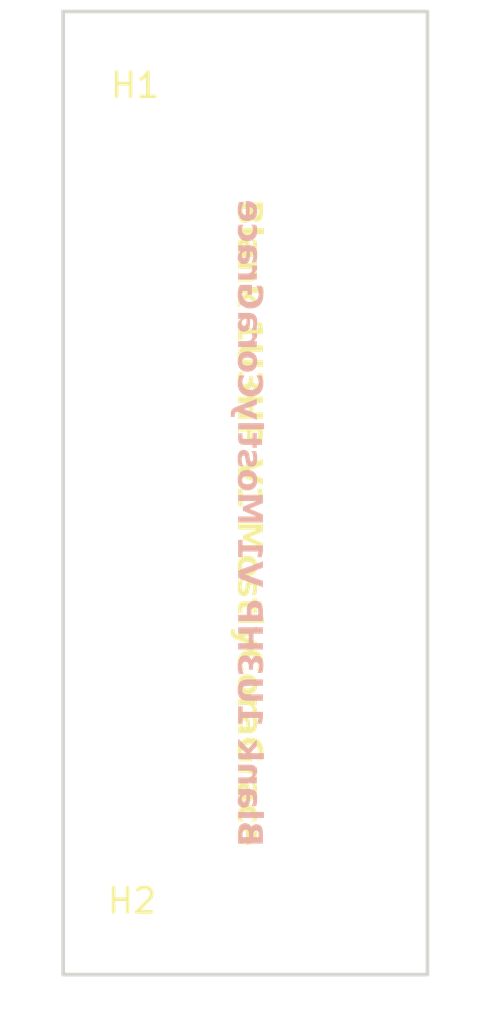
<source format=kicad_pcb>
(kicad_pcb (version 20240108) (generator "pcbnew") (generator_version "8.0")
  (layers (0 "F.Cu" signal) (31 "B.Cu" signal) (34 "B.Paste" user) (35 "F.Paste" user) (36 "B.SilkS" user "B.Silkscreen") (37 "F.SilkS" user "F.Silkscreen") (38 "B.Mask" user) (39 "F.Mask" user) (44 "Edge.Cuts" user))
  (net 0 "")
  (footprint "EXC:MountingHole_3.2mm_M3" (layer "F.Cu") (at 7.62 5.425)
    (property "Reference" "H1" (at -3.556 0.036 0) (layer "F.SilkS") (effects (justify right)))
    (property "Value" "Eurorack_M3_MountingHole")
    (pad "" np_thru_hole oval (at 0 0) (size 4.8 3.2) (drill oval 4.8 3.2) (layers "F&B.Cu" "*.Mask"))
  )
  (footprint "EXC:MountingHole_3.2mm_M3" (layer "F.Cu") (at 7.62 39.075)
    (property "Reference" "H2" (at -3.683 -0.036 0) (layer "F.SilkS") (effects (justify right)))
    (property "Value" "Eurorack_M3_MountingHole")
    (pad "" np_thru_hole oval (at 0 0) (size 4.8 3.2) (drill oval 4.8 3.2) (layers "F&B.Cu" "*.Mask"))
  )
  (gr_rect (start 0 2.425) (end 15 42.075) (stroke (width 0.15)) (fill none) (layer "Edge.Cuts"))
  (gr_text "Blank 1U3HP V1 MostlyCoraGrace" (at 7.62 10.16 270) (layer "B.SilkS") (effects (font (size 1 1) (thickness 0.25) (bold yes)) (justify right mirror)))
  (gr_text "Blank 1U3HP V1 MostlyCoraGrace" (at 7.62 10.16 270) (layer "F.SilkS") (effects (font (size 1 1) (thickness 0.25) (bold yes)) (justify left)))
)
</source>
